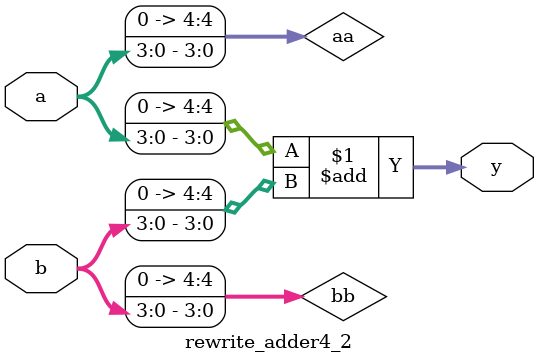
<source format=sv>
module rewrite_adder4_2(input logic [3:0] a,b, output logic [4:0] y);
  logic [4:0] aa, bb;
  assign aa = {1'b0,a};
  assign bb = {1'b0,b};
  assign y = aa + bb;
endmodule

</source>
